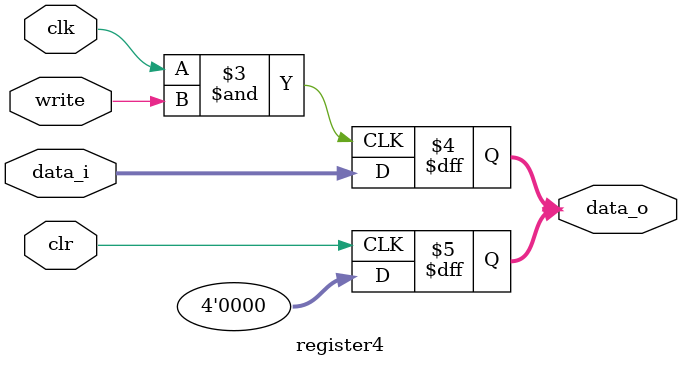
<source format=v>
module register4 (
    input clk,
    input clr,
    input write,
    input[3:0] data_i,
    output reg[3:0] data_o
);
    always @(posedge clr)
        data_o <= 4'b0000;

    always @(posedge (clk & write))
        data_o <= data_i;
endmodule

</source>
